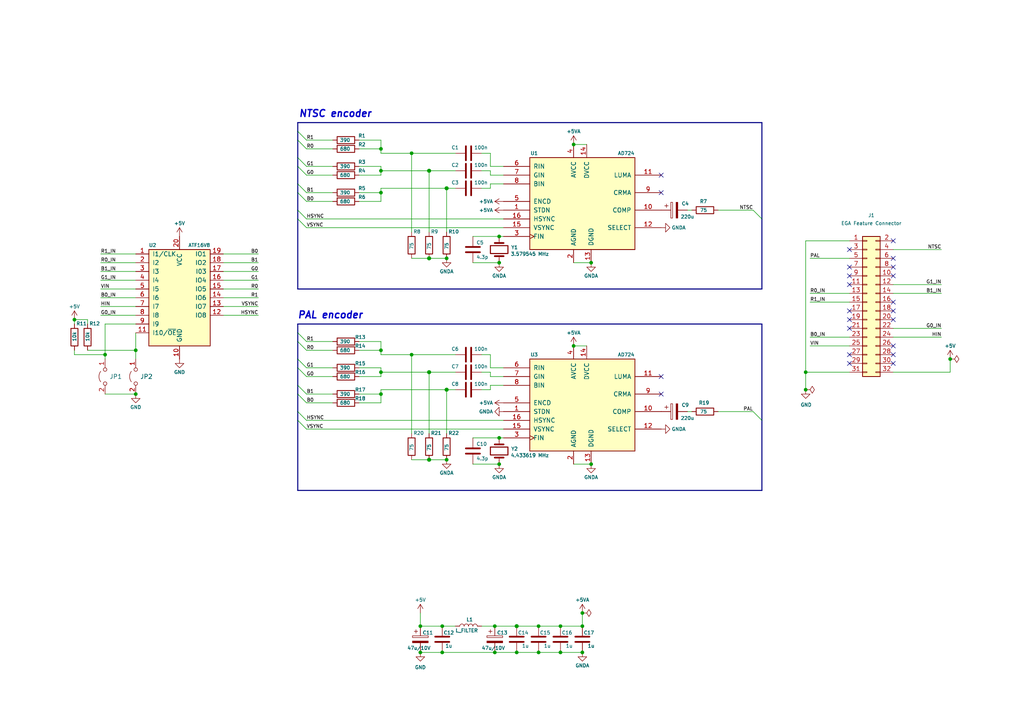
<source format=kicad_sch>
(kicad_sch (version 20230121) (generator eeschema)
  (paper "A4")
  (title_block (title "EGA-COMPOSITE-DAUGHTERBOARD") (date "2023-06-21") (rev "A") (company "Eugene Lozovoy"))
  (lib_symbols
    (symbol "Connector_Generic:Conn_02x16_Odd_Even" (pin_names (offset 1.016) hide)
      (property "Reference" "J" (at 1.27 20.32 0))
      (property "Value" "Conn_02x16_Odd_Even" (at 1.27 -22.86 0))
      (symbol "Conn_02x16_Odd_Even_1_1"
        (rectangle (start -1.27 -20.193) (end 0 -20.447) (stroke (width 0.1524)))
        (rectangle (start -1.27 -17.653) (end 0 -17.907) (stroke (width 0.1524)))
        (rectangle (start -1.27 -15.113) (end 0 -15.367) (stroke (width 0.1524)))
        (rectangle (start -1.27 -12.573) (end 0 -12.827) (stroke (width 0.1524)))
        (rectangle (start -1.27 -10.033) (end 0 -10.287) (stroke (width 0.1524)))
        (rectangle (start -1.27 -7.493) (end 0 -7.747) (stroke (width 0.1524)))
        (rectangle (start -1.27 -4.953) (end 0 -5.207) (stroke (width 0.1524)))
        (rectangle (start -1.27 -2.413) (end 0 -2.667) (stroke (width 0.1524)))
        (rectangle (start -1.27 0.127) (end 0 -0.127) (stroke (width 0.1524)))
        (rectangle (start -1.27 2.667) (end 0 2.413) (stroke (width 0.1524)))
        (rectangle (start -1.27 5.207) (end 0 4.953) (stroke (width 0.1524)))
        (rectangle (start -1.27 7.747) (end 0 7.493) (stroke (width 0.1524)))
        (rectangle (start -1.27 10.287) (end 0 10.033) (stroke (width 0.1524)))
        (rectangle (start -1.27 12.827) (end 0 12.573) (stroke (width 0.1524)))
        (rectangle (start -1.27 15.367) (end 0 15.113) (stroke (width 0.1524)))
        (rectangle (start -1.27 17.907) (end 0 17.653) (stroke (width 0.1524)))
        (rectangle (start -1.27 19.05) (end 3.81 -21.59) (stroke (width 0.254)) (fill (type background)))
        (rectangle (start 3.81 -20.193) (end 2.54 -20.447) (stroke (width 0.1524)))
        (rectangle (start 3.81 -17.653) (end 2.54 -17.907) (stroke (width 0.1524)))
        (rectangle (start 3.81 -15.113) (end 2.54 -15.367) (stroke (width 0.1524)))
        (rectangle (start 3.81 -12.573) (end 2.54 -12.827) (stroke (width 0.1524)))
        (rectangle (start 3.81 -10.033) (end 2.54 -10.287) (stroke (width 0.1524)))
        (rectangle (start 3.81 -7.493) (end 2.54 -7.747) (stroke (width 0.1524)))
        (rectangle (start 3.81 -4.953) (end 2.54 -5.207) (stroke (width 0.1524)))
        (rectangle (start 3.81 -2.413) (end 2.54 -2.667) (stroke (width 0.1524)))
        (rectangle (start 3.81 0.127) (end 2.54 -0.127) (stroke (width 0.1524)))
        (rectangle (start 3.81 2.667) (end 2.54 2.413) (stroke (width 0.1524)))
        (rectangle (start 3.81 5.207) (end 2.54 4.953) (stroke (width 0.1524)))
        (rectangle (start 3.81 7.747) (end 2.54 7.493) (stroke (width 0.1524)))
        (rectangle (start 3.81 10.287) (end 2.54 10.033) (stroke (width 0.1524)))
        (rectangle (start 3.81 12.827) (end 2.54 12.573) (stroke (width 0.1524)))
        (rectangle (start 3.81 15.367) (end 2.54 15.113) (stroke (width 0.1524)))
        (rectangle (start 3.81 17.907) (end 2.54 17.653) (stroke (width 0.1524)))
        (pin passive line (at -5.08 17.78 0) (length 3.81) (name "Pin_1") (number "1"))
        (pin passive line (at 7.62 7.62 180) (length 3.81) (name "Pin_10") (number "10"))
        (pin passive line (at -5.08 5.08 0) (length 3.81) (name "Pin_11") (number "11"))
        (pin passive line (at 7.62 5.08 180) (length 3.81) (name "Pin_12") (number "12"))
        (pin passive line (at -5.08 2.54 0) (length 3.81) (name "Pin_13") (number "13"))
        (pin passive line (at 7.62 2.54 180) (length 3.81) (name "Pin_14") (number "14"))
        (pin passive line (at -5.08 0 0) (length 3.81) (name "Pin_15") (number "15"))
        (pin passive line (at 7.62 0 180) (length 3.81) (name "Pin_16") (number "16"))
        (pin passive line (at -5.08 -2.54 0) (length 3.81) (name "Pin_17") (number "17"))
        (pin passive line (at 7.62 -2.54 180) (length 3.81) (name "Pin_18") (number "18"))
        (pin passive line (at -5.08 -5.08 0) (length 3.81) (name "Pin_19") (number "19"))
        (pin passive line (at 7.62 17.78 180) (length 3.81) (name "Pin_2") (number "2"))
        (pin passive line (at 7.62 -5.08 180) (length 3.81) (name "Pin_20") (number "20"))
        (pin passive line (at -5.08 -7.62 0) (length 3.81) (name "Pin_21") (number "21"))
        (pin passive line (at 7.62 -7.62 180) (length 3.81) (name "Pin_22") (number "22"))
        (pin passive line (at -5.08 -10.16 0) (length 3.81) (name "Pin_23") (number "23"))
        (pin passive line (at 7.62 -10.16 180) (length 3.81) (name "Pin_24") (number "24"))
        (pin passive line (at -5.08 -12.7 0) (length 3.81) (name "Pin_25") (number "25"))
        (pin passive line (at 7.62 -12.7 180) (length 3.81) (name "Pin_26") (number "26"))
        (pin passive line (at -5.08 -15.24 0) (length 3.81) (name "Pin_27") (number "27"))
        (pin passive line (at 7.62 -15.24 180) (length 3.81) (name "Pin_28") (number "28"))
        (pin passive line (at -5.08 -17.78 0) (length 3.81) (name "Pin_29") (number "29"))
        (pin passive line (at -5.08 15.24 0) (length 3.81) (name "Pin_3") (number "3"))
        (pin passive line (at 7.62 -17.78 180) (length 3.81) (name "Pin_30") (number "30"))
        (pin passive line (at -5.08 -20.32 0) (length 3.81) (name "Pin_31") (number "31"))
        (pin passive line (at 7.62 -20.32 180) (length 3.81) (name "Pin_32") (number "32"))
        (pin passive line (at 7.62 15.24 180) (length 3.81) (name "Pin_4") (number "4"))
        (pin passive line (at -5.08 12.7 0) (length 3.81) (name "Pin_5") (number "5"))
        (pin passive line (at 7.62 12.7 180) (length 3.81) (name "Pin_6") (number "6"))
        (pin passive line (at -5.08 10.16 0) (length 3.81) (name "Pin_7") (number "7"))
        (pin passive line (at 7.62 10.16 180) (length 3.81) (name "Pin_8") (number "8"))
        (pin passive line (at -5.08 7.62 0) (length 3.81) (name "Pin_9") (number "9"))
      )
    )
    (symbol "Device:C" (pin_numbers hide) (pin_names (offset 0.254))
      (property "Reference" "C" (at 0.635 2.54 0))
      (property "Value" "C" (at 0.635 -2.54 0))
      (symbol "C_0_1"
        (polyline (pts (xy -2.032 -0.762) (xy 2.032 -0.762)) (stroke (width 0.508)))
        (polyline (pts (xy -2.032 0.762) (xy 2.032 0.762)) (stroke (width 0.508)))
      )
      (symbol "C_1_1"
        (pin passive line (at 0 3.81 270) (length 2.794) (name "~") (number "1"))
        (pin passive line (at 0 -3.81 90) (length 2.794) (name "~") (number "2"))
      )
    )
    (symbol "Device:C_Polarized" (pin_numbers hide) (pin_names (offset 0.254))
      (property "Reference" "C" (at 0.635 2.54 0))
      (property "Value" "C_Polarized" (at 0.635 -2.54 0))
      (symbol "C_Polarized_0_1"
        (rectangle (start -2.286 0.508) (end 2.286 1.016))
        (polyline (pts (xy -1.778 2.286) (xy -0.762 2.286)))
        (polyline (pts (xy -1.27 2.794) (xy -1.27 1.778)))
        (rectangle (start 2.286 -0.508) (end -2.286 -1.016) (fill (type outline)))
      )
      (symbol "C_Polarized_1_1"
        (pin passive line (at 0 3.81 270) (length 2.794) (name "~") (number "1"))
        (pin passive line (at 0 -3.81 90) (length 2.794) (name "~") (number "2"))
      )
    )
    (symbol "Device:Crystal" (pin_numbers hide) (pin_names (offset 1.016) hide)
      (property "Reference" "Y" (at 0 3.81 0))
      (property "Value" "Crystal" (at 0 -3.81 0))
      (symbol "Crystal_0_1"
        (rectangle (start -1.143 2.54) (end 1.143 -2.54) (stroke (width 0.3048)))
        (polyline (pts (xy -2.54 0) (xy -1.905 0)))
        (polyline (pts (xy -1.905 -1.27) (xy -1.905 1.27)) (stroke (width 0.508)))
        (polyline (pts (xy 1.905 -1.27) (xy 1.905 1.27)) (stroke (width 0.508)))
        (polyline (pts (xy 2.54 0) (xy 1.905 0)))
      )
      (symbol "Crystal_1_1"
        (pin passive line (at -3.81 0 0) (length 1.27) (name "1") (number "1"))
        (pin passive line (at 3.81 0 180) (length 1.27) (name "2") (number "2"))
      )
    )
    (symbol "Device:L" (pin_numbers hide) (pin_names (offset 1.016) hide)
      (property "Reference" "L" (at -1.27 0 90))
      (property "Value" "L" (at 1.905 0 90))
      (symbol "L_0_1"
        (arc (start 0 -2.54) (mid 0.6323 -1.905) (end 0 -1.27))
        (arc (start 0 -1.27) (mid 0.6323 -0.635) (end 0 0))
        (arc (start 0 0) (mid 0.6323 0.635) (end 0 1.27))
        (arc (start 0 1.27) (mid 0.6323 1.905) (end 0 2.54))
      )
      (symbol "L_1_1"
        (pin passive line (at 0 3.81 270) (length 1.27) (name "1") (number "1"))
        (pin passive line (at 0 -3.81 90) (length 1.27) (name "2") (number "2"))
      )
    )
    (symbol "Device:R" (pin_numbers hide) (pin_names (offset 0))
      (property "Reference" "R" (at 2.032 0 90))
      (property "Value" "R" (at 0 0 90))
      (symbol "R_0_1"
        (rectangle (start -1.016 -2.54) (end 1.016 2.54) (stroke (width 0.254)))
      )
      (symbol "R_1_1"
        (pin passive line (at 0 3.81 270) (length 1.27) (name "~") (number "1"))
        (pin passive line (at 0 -3.81 90) (length 1.27) (name "~") (number "2"))
      )
    )
    (symbol "Jumper:Jumper_2_Open" (pin_names (offset 0) hide)
      (property "Reference" "JP" (at 0 2.794 0))
      (property "Value" "Jumper_2_Open" (at 0 -2.286 0))
      (symbol "Jumper_2_Open_0_0"
        (circle (center -2.032 0) (radius 0.508))
        (circle (center 2.032 0) (radius 0.508))
      )
      (symbol "Jumper_2_Open_0_1"
        (arc (start 1.524 1.27) (mid 0 1.778) (end -1.524 1.27))
      )
      (symbol "Jumper_2_Open_1_1"
        (pin passive line (at -5.08 0 0) (length 2.54) (name "A") (number "1"))
        (pin passive line (at 5.08 0 180) (length 2.54) (name "B") (number "2"))
      )
    )
    (symbol "Logic_Programmable:GAL16V8" (pin_names (offset 1.016))
      (property "Reference" "U" (at -8.89 16.51 0))
      (property "Value" "GAL16V8" (at 1.27 16.51 0))
      (symbol "GAL16V8_0_0"
        (pin power_in line (at 0 -17.78 90) (length 3.81) (name "GND") (number "10"))
        (pin power_in line (at 0 17.78 270) (length 3.81) (name "VCC") (number "20"))
      )
      (symbol "GAL16V8_0_1"
        (rectangle (start -8.89 13.97) (end 8.89 -13.97) (stroke (width 0.254)) (fill (type background)))
      )
      (symbol "GAL16V8_1_1"
        (pin input line (at -12.7 12.7 0) (length 3.81) (name "I1/CLK") (number "1"))
        (pin input line (at -12.7 -10.16 0) (length 3.81) (name "I10/~{OE}") (number "11"))
        (pin tri_state line (at 12.7 -5.08 180) (length 3.81) (name "IO8") (number "12"))
        (pin tri_state line (at 12.7 -2.54 180) (length 3.81) (name "IO7") (number "13"))
        (pin tri_state line (at 12.7 0 180) (length 3.81) (name "IO6") (number "14"))
        (pin tri_state line (at 12.7 2.54 180) (length 3.81) (name "IO5") (number "15"))
        (pin tri_state line (at 12.7 5.08 180) (length 3.81) (name "IO4") (number "16"))
        (pin tri_state line (at 12.7 7.62 180) (length 3.81) (name "I03") (number "17"))
        (pin tri_state line (at 12.7 10.16 180) (length 3.81) (name "IO2") (number "18"))
        (pin tri_state line (at 12.7 12.7 180) (length 3.81) (name "IO1") (number "19"))
        (pin input line (at -12.7 10.16 0) (length 3.81) (name "I2") (number "2"))
        (pin input line (at -12.7 7.62 0) (length 3.81) (name "I3") (number "3"))
        (pin input line (at -12.7 5.08 0) (length 3.81) (name "I4") (number "4"))
        (pin input line (at -12.7 2.54 0) (length 3.81) (name "I5") (number "5"))
        (pin input line (at -12.7 0 0) (length 3.81) (name "I6") (number "6"))
        (pin input line (at -12.7 -2.54 0) (length 3.81) (name "I7") (number "7"))
        (pin input line (at -12.7 -5.08 0) (length 3.81) (name "I8") (number "8"))
        (pin input line (at -12.7 -7.62 0) (length 3.81) (name "I9") (number "9"))
      )
    )
    (symbol "PCM_4ms_Power-symbol:PWR_FLAG" (power) (pin_numbers hide) (pin_names (offset 0) hide)
      (property "Value" "PWR_FLAG" (at 0 3.81 0))
      (symbol "PWR_FLAG_0_0"
        (pin power_out line (at 0 0 90) (length 0) (name "pwr") (number "1"))
      )
      (symbol "PWR_FLAG_0_1"
        (polyline (pts (xy 0 0) (xy 0 1.27) (xy -1.016 1.905) (xy 0 2.54) (xy 1.016 1.905) (xy 0 1.27)))
      )
    )
    (symbol "my:AD724" (pin_names (offset 1.016))
      (property "Reference" "U" (at -13.97 13.97 0))
      (property "Value" "AD724" (at 12.7 13.97 0))
      (symbol "AD724_0_1"
        (rectangle (start -15.24 12.7) (end 15.24 -13.97) (stroke (width 0.254)) (fill (type background)))
      )
      (symbol "AD724_1_1"
        (pin input line (at -22.86 -2.54 0) (length 7.62) (name "STDN") (number "1"))
        (pin output line (at 22.86 -2.54 180) (length 7.62) (name "COMP") (number "10"))
        (pin output line (at 22.86 7.62 180) (length 7.62) (name "LUMA") (number "11"))
        (pin input line (at 22.86 -7.62 180) (length 7.62) (name "SELECT") (number "12"))
        (pin power_in line (at 2.54 -17.78 90) (length 3.81) (name "DGND") (number "13"))
        (pin power_in line (at 1.27 16.51 270) (length 3.81) (name "DVCC") (number "14"))
        (pin input line (at -22.86 -7.62 0) (length 7.62) (name "VSYNC") (number "15"))
        (pin input line (at -22.86 -5.08 0) (length 7.62) (name "HSYNC") (number "16"))
        (pin power_in line (at -2.54 -17.78 90) (length 3.81) (name "AGND") (number "2"))
        (pin input clock (at -22.86 -10.16 0) (length 7.62) (name "FIN") (number "3"))
        (pin power_in line (at -2.54 16.51 270) (length 3.81) (name "AVCC") (number "4"))
        (pin input line (at -22.86 0 0) (length 7.62) (name "ENCD") (number "5"))
        (pin input line (at -22.86 10.16 0) (length 7.62) (name "RIN") (number "6"))
        (pin input line (at -22.86 7.62 0) (length 7.62) (name "GIN") (number "7"))
        (pin input line (at -22.86 5.08 0) (length 7.62) (name "BIN") (number "8"))
        (pin output line (at 22.86 2.54 180) (length 7.62) (name "CRMA") (number "9"))
      )
    )
    (symbol "power:+5V" (power) (pin_names (offset 0))
      (property "Value" "+5V" (at 0 3.556 0))
      (symbol "+5V_0_1"
        (polyline (pts (xy -0.762 1.27) (xy 0 2.54)))
        (polyline (pts (xy 0 0) (xy 0 2.54)))
        (polyline (pts (xy 0 2.54) (xy 0.762 1.27)))
      )
      (symbol "+5V_1_1"
        (pin power_in line (at 0 0 90) (length 0) hide (name "+5V") (number "1"))
      )
    )
    (symbol "power:+5VA" (power) (pin_names (offset 0))
      (property "Value" "+5VA" (at 0 3.556 0))
      (symbol "+5VA_0_1"
        (polyline (pts (xy -0.762 1.27) (xy 0 2.54)))
        (polyline (pts (xy 0 0) (xy 0 2.54)))
        (polyline (pts (xy 0 2.54) (xy 0.762 1.27)))
      )
      (symbol "+5VA_1_1"
        (pin power_in line (at 0 0 90) (length 0) hide (name "+5VA") (number "1"))
      )
    )
    (symbol "power:GND" (power) (pin_names (offset 0))
      (property "Value" "GND" (at 0 -3.81 0))
      (symbol "GND_0_1"
        (polyline (pts (xy 0 0) (xy 0 -1.27) (xy 1.27 -1.27) (xy 0 -2.54) (xy -1.27 -1.27) (xy 0 -1.27)))
      )
      (symbol "GND_1_1"
        (pin power_in line (at 0 0 270) (length 0) hide (name "GND") (number "1"))
      )
    )
    (symbol "power:GNDA" (power) (pin_names (offset 0))
      (property "Value" "GNDA" (at 0 -3.81 0))
      (symbol "GNDA_0_1"
        (polyline (pts (xy 0 0) (xy 0 -1.27) (xy 1.27 -1.27) (xy 0 -2.54) (xy -1.27 -1.27) (xy 0 -1.27)))
      )
      (symbol "GNDA_1_1"
        (pin power_in line (at 0 0 270) (length 0) hide (name "GNDA") (number "1"))
      )
    )
  )
  (junction (at 30.48 102.87))
  (junction (at 144.78 68.58))
  (junction (at 21.59 92.71))
  (junction (at 143.51 189.23))
  (junction (at 124.46 133.35) (diameter 1.016))
  (junction (at 233.68 107.95))
  (junction (at 162.56 181.61))
  (junction (at 39.37 101.6))
  (junction (at 171.45 76.2))
  (junction (at 129.54 113.03) (diameter 1.016))
  (junction (at 162.56 189.23))
  (junction (at 166.37 100.33))
  (junction (at 110.49 49.53))
  (junction (at 129.54 74.93))
  (junction (at 124.46 49.53) (diameter 1.016))
  (junction (at 144.78 127))
  (junction (at 110.49 43.18))
  (junction (at 110.49 114.3))
  (junction (at 121.92 181.61))
  (junction (at 129.54 133.35))
  (junction (at 144.78 76.2))
  (junction (at 168.91 189.23))
  (junction (at 124.46 74.93) (diameter 1.016))
  (junction (at 149.86 189.23))
  (junction (at 110.49 101.6))
  (junction (at 110.49 55.88))
  (junction (at 168.91 181.61))
  (junction (at 168.91 177.8))
  (junction (at 275.59 104.14))
  (junction (at 144.78 134.62))
  (junction (at 166.37 41.91))
  (junction (at 119.38 44.45))
  (junction (at 119.38 102.87))
  (junction (at 143.51 181.61))
  (junction (at 121.92 189.23))
  (junction (at 124.46 107.95) (diameter 1.016))
  (junction (at 129.54 54.61) (diameter 1.016))
  (junction (at 171.45 134.62))
  (junction (at 128.27 181.61))
  (junction (at 39.37 114.3))
  (junction (at 128.27 189.23))
  (junction (at 233.68 113.03))
  (junction (at 149.86 181.61) (diameter 1.016))
  (junction (at 156.21 181.61))
  (junction (at 110.49 107.95))
  (junction (at 156.21 189.23))
  (no_connect (at 191.77 55.88))
  (no_connect (at 259.08 100.33))
  (no_connect (at 191.77 50.8))
  (no_connect (at 246.38 92.71))
  (no_connect (at 259.08 102.87))
  (no_connect (at 259.08 74.93))
  (no_connect (at 246.38 105.41))
  (no_connect (at 259.08 105.41))
  (no_connect (at 259.08 80.01))
  (no_connect (at 246.38 82.55))
  (no_connect (at 259.08 87.63))
  (no_connect (at 246.38 72.39))
  (no_connect (at 259.08 77.47))
  (no_connect (at 246.38 90.17))
  (no_connect (at 191.77 109.22))
  (no_connect (at 259.08 69.85))
  (no_connect (at 246.38 102.87))
  (no_connect (at 191.77 114.3))
  (no_connect (at 246.38 80.01))
  (no_connect (at 259.08 90.17))
  (no_connect (at 259.08 92.71))
  (no_connect (at 246.38 77.47))
  (no_connect (at 246.38 95.25))
  (bus_entry (at 86.36 45.72) (size 2.54 2.54) (stroke (width 0.1524)))
  (bus_entry (at 86.36 119.38) (size 2.54 2.54) (stroke (width 0.1524)))
  (bus_entry (at 86.36 121.92) (size 2.54 2.54) (stroke (width 0.1524)))
  (bus_entry (at 218.44 119.38) (size 2.54 2.54) (stroke (width 0.1524)))
  (bus_entry (at 86.36 40.64) (size 2.54 2.54) (stroke (width 0.1524)))
  (bus_entry (at 86.36 106.68) (size 2.54 2.54) (stroke (width 0.1524)))
  (bus_entry (at 86.36 55.88) (size 2.54 2.54) (stroke (width 0.1524)))
  (bus_entry (at 86.36 63.5) (size 2.54 2.54) (stroke (width 0.1524)))
  (bus_entry (at 86.36 111.76) (size 2.54 2.54) (stroke (width 0.1524)))
  (bus_entry (at 86.36 114.3) (size 2.54 2.54) (stroke (width 0.1524)))
  (bus_entry (at 86.36 96.52) (size 2.54 2.54) (stroke (width 0.1524)))
  (bus_entry (at 86.36 48.26) (size 2.54 2.54) (stroke (width 0.1524)))
  (bus_entry (at 86.36 38.1) (size 2.54 2.54) (stroke (width 0.1524)))
  (bus_entry (at 86.36 99.06) (size 2.54 2.54) (stroke (width 0.1524)))
  (bus_entry (at 86.36 104.14) (size 2.54 2.54) (stroke (width 0.1524)))
  (bus_entry (at 86.36 53.34) (size 2.54 2.54) (stroke (width 0.1524)))
  (bus_entry (at 86.36 60.96) (size 2.54 2.54) (stroke (width 0.1524)))
  (bus_entry (at 218.44 60.96) (size 2.54 2.54) (stroke (width 0.1524)))
  (wire (pts (xy 21.59 92.71) (xy 25.4 92.71)))
  (wire (pts (xy 234.95 100.33) (xy 246.38 100.33)))
  (wire (pts (xy 129.54 125.73) (xy 129.54 113.03)))
  (wire (pts (xy 39.37 96.52) (xy 39.37 101.6)))
  (wire (pts (xy 142.24 53.34) (xy 146.05 53.34)))
  (wire (pts (xy 129.54 113.03) (xy 132.08 113.03)))
  (wire (pts (xy 104.14 106.68) (xy 110.49 106.68)))
  (wire (pts (xy 88.9 43.18) (xy 96.52 43.18)))
  (wire (pts (xy 88.9 55.88) (xy 96.52 55.88)))
  (bus (pts (xy 86.36 45.72) (xy 86.36 48.26)))
  (wire (pts (xy 104.14 99.06) (xy 110.49 99.06)))
  (wire (pts (xy 137.16 134.62) (xy 144.78 134.62)))
  (wire (pts (xy 128.27 181.61) (xy 132.08 181.61)))
  (wire (pts (xy 29.21 83.82) (xy 39.37 83.82)))
  (wire (pts (xy 119.38 44.45) (xy 119.38 67.31)))
  (wire (pts (xy 142.24 48.26) (xy 142.24 44.45)))
  (wire (pts (xy 119.38 74.93) (xy 124.46 74.93)))
  (bus (pts (xy 220.98 121.92) (xy 220.98 142.24)))
  (wire (pts (xy 139.7 113.03) (xy 142.24 113.03)))
  (wire (pts (xy 104.14 114.3) (xy 110.49 114.3)))
  (wire (pts (xy 139.7 54.61) (xy 142.24 54.61)))
  (wire (pts (xy 121.92 189.23) (xy 128.27 189.23)))
  (bus (pts (xy 86.36 35.56) (xy 220.98 35.56)))
  (wire (pts (xy 168.91 181.61) (xy 162.56 181.61)))
  (wire (pts (xy 110.49 54.61) (xy 129.54 54.61)))
  (wire (pts (xy 166.37 134.62) (xy 171.45 134.62)))
  (wire (pts (xy 146.05 127) (xy 144.78 127)))
  (wire (pts (xy 110.49 40.64) (xy 110.49 43.18)))
  (wire (pts (xy 142.24 107.95) (xy 139.7 107.95)))
  (wire (pts (xy 121.92 181.61) (xy 128.27 181.61)))
  (wire (pts (xy 124.46 49.53) (xy 124.46 67.31)))
  (wire (pts (xy 146.05 48.26) (xy 142.24 48.26)))
  (wire (pts (xy 132.08 49.53) (xy 124.46 49.53)))
  (wire (pts (xy 110.49 106.68) (xy 110.49 107.95)))
  (wire (pts (xy 64.77 73.66) (xy 74.93 73.66)))
  (wire (pts (xy 168.91 177.8) (xy 168.91 181.61)))
  (wire (pts (xy 21.59 101.6) (xy 21.59 102.87)))
  (wire (pts (xy 275.59 104.14) (xy 275.59 107.95)))
  (wire (pts (xy 88.9 124.46) (xy 146.05 124.46)))
  (wire (pts (xy 39.37 93.98) (xy 30.48 93.98)))
  (wire (pts (xy 104.14 58.42) (xy 110.49 58.42)))
  (wire (pts (xy 88.9 101.6) (xy 96.52 101.6)))
  (wire (pts (xy 139.7 181.61) (xy 143.51 181.61)))
  (bus (pts (xy 86.36 121.92) (xy 86.36 142.24)))
  (wire (pts (xy 146.05 106.68) (xy 142.24 106.68)))
  (wire (pts (xy 146.05 50.8) (xy 142.24 50.8)))
  (wire (pts (xy 88.9 58.42) (xy 96.52 58.42)))
  (wire (pts (xy 166.37 41.91) (xy 170.18 41.91)))
  (wire (pts (xy 110.49 54.61) (xy 110.49 55.88)))
  (bus (pts (xy 86.36 142.24) (xy 220.98 142.24)))
  (wire (pts (xy 25.4 92.71) (xy 25.4 93.98)))
  (wire (pts (xy 233.68 107.95) (xy 233.68 113.03)))
  (wire (pts (xy 64.77 83.82) (xy 74.93 83.82)))
  (wire (pts (xy 88.9 66.04) (xy 146.05 66.04)))
  (wire (pts (xy 104.14 55.88) (xy 110.49 55.88)))
  (wire (pts (xy 104.14 50.8) (xy 110.49 50.8)))
  (wire (pts (xy 246.38 87.63) (xy 234.95 87.63)))
  (bus (pts (xy 86.36 104.14) (xy 86.36 106.68)))
  (bus (pts (xy 86.36 35.56) (xy 86.36 38.1)))
  (bus (pts (xy 86.36 114.3) (xy 86.36 119.38)))
  (wire (pts (xy 200.66 60.96) (xy 199.39 60.96)))
  (bus (pts (xy 86.36 48.26) (xy 86.36 53.34)))
  (bus (pts (xy 220.98 63.5) (xy 220.98 83.82)))
  (wire (pts (xy 30.48 114.3) (xy 39.37 114.3)))
  (wire (pts (xy 137.16 68.58) (xy 144.78 68.58)))
  (wire (pts (xy 88.9 109.22) (xy 96.52 109.22)))
  (wire (pts (xy 259.08 95.25) (xy 273.05 95.25)))
  (wire (pts (xy 128.27 189.23) (xy 143.51 189.23)))
  (wire (pts (xy 233.68 69.85) (xy 233.68 107.95)))
  (wire (pts (xy 110.49 48.26) (xy 110.49 49.53)))
  (wire (pts (xy 234.95 97.79) (xy 246.38 97.79)))
  (bus (pts (xy 86.36 53.34) (xy 86.36 55.88)))
  (wire (pts (xy 137.16 76.2) (xy 144.78 76.2)))
  (wire (pts (xy 110.49 55.88) (xy 110.49 58.42)))
  (wire (pts (xy 64.77 88.9) (xy 74.93 88.9)))
  (wire (pts (xy 104.14 116.84) (xy 110.49 116.84)))
  (wire (pts (xy 246.38 107.95) (xy 233.68 107.95)))
  (wire (pts (xy 208.28 60.96) (xy 218.44 60.96)))
  (bus (pts (xy 86.36 99.06) (xy 86.36 104.14)))
  (bus (pts (xy 86.36 38.1) (xy 86.36 40.64)))
  (wire (pts (xy 29.21 91.44) (xy 39.37 91.44)))
  (wire (pts (xy 25.4 101.6) (xy 39.37 101.6)))
  (wire (pts (xy 129.54 54.61) (xy 132.08 54.61)))
  (wire (pts (xy 29.21 81.28) (xy 39.37 81.28)))
  (wire (pts (xy 146.05 68.58) (xy 144.78 68.58)))
  (wire (pts (xy 29.21 76.2) (xy 39.37 76.2)))
  (wire (pts (xy 110.49 44.45) (xy 119.38 44.45)))
  (wire (pts (xy 246.38 85.09) (xy 234.95 85.09)))
  (wire (pts (xy 273.05 82.55) (xy 259.08 82.55)))
  (wire (pts (xy 110.49 107.95) (xy 124.46 107.95)))
  (wire (pts (xy 132.08 107.95) (xy 124.46 107.95)))
  (wire (pts (xy 143.51 181.61) (xy 149.86 181.61)))
  (wire (pts (xy 142.24 49.53) (xy 139.7 49.53)))
  (wire (pts (xy 166.37 76.2) (xy 171.45 76.2)))
  (wire (pts (xy 104.14 101.6) (xy 110.49 101.6)))
  (wire (pts (xy 124.46 107.95) (xy 124.46 125.73)))
  (wire (pts (xy 149.86 181.61) (xy 156.21 181.61)))
  (wire (pts (xy 166.37 100.33) (xy 170.18 100.33)))
  (wire (pts (xy 142.24 111.76) (xy 146.05 111.76)))
  (wire (pts (xy 110.49 114.3) (xy 110.49 116.84)))
  (wire (pts (xy 30.48 93.98) (xy 30.48 102.87)))
  (wire (pts (xy 246.38 74.93) (xy 234.95 74.93)))
  (wire (pts (xy 137.16 127) (xy 144.78 127)))
  (wire (pts (xy 246.38 69.85) (xy 233.68 69.85)))
  (wire (pts (xy 162.56 181.61) (xy 156.21 181.61)))
  (wire (pts (xy 208.28 119.38) (xy 218.44 119.38)))
  (wire (pts (xy 104.14 48.26) (xy 110.49 48.26)))
  (wire (pts (xy 88.9 63.5) (xy 146.05 63.5)))
  (wire (pts (xy 200.66 119.38) (xy 199.39 119.38)))
  (wire (pts (xy 259.08 107.95) (xy 275.59 107.95)))
  (wire (pts (xy 104.14 109.22) (xy 110.49 109.22)))
  (wire (pts (xy 168.91 189.23) (xy 162.56 189.23)))
  (wire (pts (xy 119.38 102.87) (xy 119.38 125.73)))
  (wire (pts (xy 88.9 121.92) (xy 146.05 121.92)))
  (wire (pts (xy 104.14 43.18) (xy 110.49 43.18)))
  (wire (pts (xy 143.51 189.23) (xy 149.86 189.23)))
  (wire (pts (xy 119.38 44.45) (xy 132.08 44.45)))
  (bus (pts (xy 220.98 35.56) (xy 220.98 63.5)))
  (wire (pts (xy 88.9 116.84) (xy 96.52 116.84)))
  (wire (pts (xy 139.7 102.87) (xy 142.24 102.87)))
  (wire (pts (xy 110.49 49.53) (xy 110.49 50.8)))
  (wire (pts (xy 110.49 107.95) (xy 110.49 109.22)))
  (wire (pts (xy 259.08 97.79) (xy 273.05 97.79)))
  (bus (pts (xy 220.98 93.98) (xy 220.98 121.92)))
  (wire (pts (xy 156.21 189.23) (xy 149.86 189.23)))
  (wire (pts (xy 142.24 106.68) (xy 142.24 102.87)))
  (bus (pts (xy 86.36 93.98) (xy 220.98 93.98)))
  (wire (pts (xy 29.21 78.74) (xy 39.37 78.74)))
  (wire (pts (xy 64.77 86.36) (xy 74.93 86.36)))
  (wire (pts (xy 142.24 50.8) (xy 142.24 49.53)))
  (wire (pts (xy 162.56 189.23) (xy 156.21 189.23)))
  (wire (pts (xy 110.49 113.03) (xy 110.49 114.3)))
  (bus (pts (xy 86.36 83.82) (xy 220.98 83.82)))
  (wire (pts (xy 129.54 67.31) (xy 129.54 54.61)))
  (bus (pts (xy 86.36 55.88) (xy 86.36 60.96)))
  (wire (pts (xy 29.21 88.9) (xy 39.37 88.9)))
  (wire (pts (xy 121.92 177.8) (xy 121.92 181.61)))
  (wire (pts (xy 273.05 85.09) (xy 259.08 85.09)))
  (wire (pts (xy 64.77 78.74) (xy 74.93 78.74)))
  (wire (pts (xy 273.05 72.39) (xy 259.08 72.39)))
  (wire (pts (xy 124.46 133.35) (xy 129.54 133.35)))
  (bus (pts (xy 86.36 119.38) (xy 86.36 121.92)))
  (wire (pts (xy 142.24 109.22) (xy 142.24 107.95)))
  (wire (pts (xy 110.49 113.03) (xy 129.54 113.03)))
  (wire (pts (xy 88.9 114.3) (xy 96.52 114.3)))
  (bus (pts (xy 86.36 106.68) (xy 86.36 111.76)))
  (wire (pts (xy 88.9 99.06) (xy 96.52 99.06)))
  (bus (pts (xy 86.36 60.96) (xy 86.36 63.5)))
  (wire (pts (xy 119.38 133.35) (xy 124.46 133.35)))
  (wire (pts (xy 21.59 92.71) (xy 21.59 93.98)))
  (bus (pts (xy 86.36 40.64) (xy 86.36 45.72)))
  (wire (pts (xy 64.77 76.2) (xy 74.93 76.2)))
  (wire (pts (xy 124.46 74.93) (xy 129.54 74.93)))
  (wire (pts (xy 110.49 49.53) (xy 124.46 49.53)))
  (wire (pts (xy 142.24 54.61) (xy 142.24 53.34)))
  (bus (pts (xy 86.36 63.5) (xy 86.36 83.82)))
  (wire (pts (xy 110.49 101.6) (xy 110.49 102.87)))
  (bus (pts (xy 86.36 111.76) (xy 86.36 114.3)))
  (wire (pts (xy 119.38 102.87) (xy 132.08 102.87)))
  (wire (pts (xy 139.7 44.45) (xy 142.24 44.45)))
  (wire (pts (xy 142.24 113.03) (xy 142.24 111.76)))
  (bus (pts (xy 86.36 93.98) (xy 86.36 96.52)))
  (wire (pts (xy 110.49 102.87) (xy 119.38 102.87)))
  (wire (pts (xy 146.05 109.22) (xy 142.24 109.22)))
  (wire (pts (xy 64.77 81.28) (xy 74.93 81.28)))
  (wire (pts (xy 110.49 43.18) (xy 110.49 44.45)))
  (wire (pts (xy 88.9 50.8) (xy 96.52 50.8)))
  (wire (pts (xy 64.77 91.44) (xy 74.93 91.44)))
  (wire (pts (xy 39.37 101.6) (xy 39.37 104.14)))
  (wire (pts (xy 29.21 73.66) (xy 39.37 73.66)))
  (wire (pts (xy 21.59 102.87) (xy 30.48 102.87)))
  (wire (pts (xy 88.9 48.26) (xy 96.52 48.26)))
  (wire (pts (xy 104.14 40.64) (xy 110.49 40.64)))
  (wire (pts (xy 29.21 86.36) (xy 39.37 86.36)))
  (wire (pts (xy 88.9 40.64) (xy 96.52 40.64)))
  (bus (pts (xy 86.36 96.52) (xy 86.36 99.06)))
  (wire (pts (xy 30.48 102.87) (xy 30.48 104.14)))
  (wire (pts (xy 110.49 99.06) (xy 110.49 101.6)))
  (wire (pts (xy 88.9 106.68) (xy 96.52 106.68)))
  (text "PAL encoder" (at 105.41 92.71 0) (effects (font (size 2 2) (thickness 0.4) bold italic) (justify right bottom)))
  (text "NTSC encoder" (at 107.95 34.29 0) (effects (font (size 2 2) (thickness 0.4) bold italic) (justify right bottom)))
  (label "G0" (at 88.9 109.22 0) (effects (font (size 1 1))))
  (label "HSYNC" (at 88.9 121.92 0) (effects (font (size 1 1))))
  (label "B1" (at 74.93 76.2 180) (effects (font (size 1 1))))
  (label "G1" (at 88.9 106.68 0) (effects (font (size 1 1))))
  (label "VIN" (at 29.21 83.82 0) (effects (font (size 1 1))))
  (label "G0" (at 88.9 50.8 0) (effects (font (size 1 1))))
  (label "B1_IN" (at 29.21 78.74 0) (effects (font (size 1 1))))
  (label "R1" (at 74.93 86.36 180) (effects (font (size 1 1))))
  (label "HSYNC" (at 74.93 91.44 180) (effects (font (size 1 1))))
  (label "R1_IN" (at 234.95 87.63 0) (effects (font (size 1 1))))
  (label "B0" (at 74.93 73.66 180) (effects (font (size 1 1))))
  (label "B1" (at 88.9 55.88 0) (effects (font (size 1 1))))
  (label "B1" (at 88.9 114.3 0) (effects (font (size 1 1))))
  (label "B0_IN" (at 234.95 97.79 0) (effects (font (size 1 1))))
  (label "G1" (at 88.9 48.26 0) (effects (font (size 1 1))))
  (label "B0" (at 88.9 58.42 0) (effects (font (size 1 1))))
  (label "R1" (at 88.9 40.64 0) (effects (font (size 1 1))))
  (label "VSYNC" (at 88.9 66.04 0) (effects (font (size 1 1))))
  (label "R0_IN" (at 29.21 76.2 0) (effects (font (size 1 1))))
  (label "VSYNC" (at 74.93 88.9 180) (effects (font (size 1 1))))
  (label "B0" (at 88.9 116.84 0) (effects (font (size 1 1))))
  (label "NTSC" (at 273.05 72.39 180) (effects (font (size 1 1))))
  (label "NTSC" (at 218.44 60.96 180) (effects (font (size 1 1))))
  (label "R0" (at 88.9 101.6 0) (effects (font (size 1 1))))
  (label "B0_IN" (at 29.21 86.36 0) (effects (font (size 1 1))))
  (label "G0_IN" (at 273.05 95.25 180) (effects (font (size 1 1))))
  (label "G1_IN" (at 273.05 82.55 180) (effects (font (size 1 1))))
  (label "HIN" (at 273.05 97.79 180) (effects (font (size 1 1))))
  (label "VSYNC" (at 88.9 124.46 0) (effects (font (size 1 1))))
  (label "HSYNC" (at 88.9 63.5 0) (effects (font (size 1 1))))
  (label "G0_IN" (at 29.21 91.44 0) (effects (font (size 1 1))))
  (label "R0" (at 88.9 43.18 0) (effects (font (size 1 1))))
  (label "R1" (at 88.9 99.06 0) (effects (font (size 1 1))))
  (label "R1_IN" (at 29.21 73.66 0) (effects (font (size 1 1))))
  (label "R0" (at 74.93 83.82 180) (effects (font (size 1 1))))
  (label "PAL" (at 218.44 119.38 180) (effects (font (size 1 1))))
  (label "G0" (at 74.93 78.74 180) (effects (font (size 1 1))))
  (label "R0_IN" (at 234.95 85.09 0) (effects (font (size 1 1))))
  (label "VIN" (at 234.95 100.33 0) (effects (font (size 1 1))))
  (label "G1" (at 74.93 81.28 180) (effects (font (size 1 1))))
  (label "PAL" (at 234.95 74.93 0) (effects (font (size 1 1))))
  (label "G1_IN" (at 29.21 81.28 0) (effects (font (size 1 1))))
  (label "HIN" (at 29.21 88.9 0) (effects (font (size 1 1))))
  (label "B1_IN" (at 273.05 85.09 180) (effects (font (size 1 1))))
  (symbol (lib_id "Device:R") (at 100.33 99.06 90) (mirror x) (unit 1)
    (property "Reference" "R13" (at 106.045 97.79 90) (effects (font (size 1 1)) (justify left)))
    (property "Value" "390" (at 101.6 99.06 90) (effects (font (size 1 1)) (justify left)))
    (property "Footprint" "Resistor_SMD:R_0805_2012Metric_Pad1.20x1.40mm_HandSolder" (effects hide))
  )
  (symbol (lib_id "power:+5VA") (at 166.37 100.33 0) (unit 1)
    (property "Reference" "#PWR010" (effects hide))
    (property "Value" "+5VA" (at 166.37 96.52 0) (effects (font (size 1 1))))
  )
  (symbol (lib_id "Device:R") (at 124.46 129.54 0) (unit 1)
    (property "Reference" "R21" (at 124.9681 125.6041 0) (effects (font (size 1 1)) (justify left)))
    (property "Value" "75" (at 124.46 130.81 90) (effects (font (size 1 1)) (justify left)))
    (property "Footprint" "Resistor_SMD:R_0805_2012Metric_Pad1.20x1.40mm_HandSolder" (effects hide))
  )
  (symbol (lib_id "Connector_Generic:Conn_02x16_Odd_Even") (at 251.46 87.63 0) (unit 1)
    (property "Reference" "J1" (at 252.73 62.4586 0) (effects (font (size 1 1))))
    (property "Value" "EGA Feature Connector" (at 252.73 64.77 0) (effects (font (size 1 1))))
    (property "Footprint" "Connector_PinHeader_2.54mm:PinHeader_2x16_P2.54mm_Vertical" (effects hide))
  )
  (symbol (lib_id "Device:R") (at 21.59 97.79 0) (unit 1)
    (property "Reference" "R11" (at 22.0981 93.8541 0) (effects (font (size 1 1)) (justify left)))
    (property "Value" "10k" (at 21.59 99.06 90) (effects (font (size 1 1)) (justify left)))
    (property "Footprint" "Resistor_SMD:R_0805_2012Metric_Pad1.20x1.40mm_HandSolder" (effects hide))
  )
  (symbol (lib_id "power:GNDA") (at 168.91 189.23 0) (unit 1)
    (property "Reference" "#PWR024" (effects hide))
    (property "Value" "GNDA" (at 168.91 193.04 0) (effects (font (size 1 1))))
  )
  (symbol (lib_id "Device:C") (at 128.27 185.42 180) (unit 1)
    (property "Reference" "C12" (at 130.175 183.515 0) (effects (font (size 1 1))))
    (property "Value" "1u" (at 130.175 187.325 0) (effects (font (size 1 1))))
    (property "Footprint" "Capacitor_SMD:C_0805_2012Metric_Pad1.18x1.45mm_HandSolder" (effects hide))
  )
  (symbol (lib_id "Device:C") (at 162.56 185.42 180) (unit 1)
    (property "Reference" "C16" (at 164.465 183.515 0) (effects (font (size 1 1))))
    (property "Value" "1u" (at 165.1 187.325 0) (effects (font (size 1 1))))
    (property "Footprint" "Capacitor_SMD:C_0805_2012Metric_Pad1.18x1.45mm_HandSolder" (effects hide))
  )
  (symbol (lib_id "Device:C") (at 137.16 130.81 0) (unit 1)
    (property "Reference" "C10" (at 138.1761 128.7791 0) (effects (font (size 1 1)) (justify left)))
    (property "Value" "4.3p" (at 138.1761 132.9828 0) (effects (font (size 1 1)) (justify left)))
    (property "Footprint" "Capacitor_SMD:C_0805_2012Metric_Pad1.18x1.45mm_HandSolder" (effects hide))
  )
  (symbol (lib_id "power:+5VA") (at 146.05 116.84 90) (unit 1)
    (property "Reference" "#PWR015" (effects hide))
    (property "Value" "+5VA" (at 140.97 116.84 90) (effects (font (size 1 1))))
  )
  (symbol (lib_id "Device:C") (at 149.86 185.42 180) (unit 1)
    (property "Reference" "C14" (at 151.765 183.515 0) (effects (font (size 1 1))))
    (property "Value" "1u" (at 152.4 187.325 0) (effects (font (size 1 1))))
    (property "Footprint" "Capacitor_SMD:C_0805_2012Metric_Pad1.18x1.45mm_HandSolder" (effects hide))
  )
  (symbol (lib_id "Device:Crystal") (at 144.78 130.81 270) (unit 1)
    (property "Reference" "Y2" (at 149.225 130.175 90) (effects (font (size 1 1))))
    (property "Value" "4.433619 MHz" (at 153.67 132.08 90) (effects (font (size 1 1))))
    (property "Footprint" "Crystal:Crystal_HC49-4H_Vertical" (effects hide))
  )
  (symbol (lib_id "Logic_Programmable:GAL16V8") (at 52.07 86.36 0) (unit 1)
    (property "Reference" "U2" (at 43.18 71.12 0) (effects (font (size 1 1)) (justify left)))
    (property "Value" "ATF16V8" (at 54.61 71.12 0) (effects (font (size 1 1)) (justify left)))
    (property "Footprint" "Package_DIP:DIP-20_W7.62mm" (effects hide))
  )
  (symbol (lib_id "Device:R") (at 119.38 71.12 0) (unit 1)
    (property "Reference" "R8" (at 119.8881 67.1841 0) (effects (font (size 1 1)) (justify left)))
    (property "Value" "75" (at 119.38 72.39 90) (effects (font (size 1 1)) (justify left)))
    (property "Footprint" "Resistor_SMD:R_0805_2012Metric_Pad1.20x1.40mm_HandSolder" (effects hide))
  )
  (symbol (lib_id "power:GNDA") (at 129.54 133.35 0) (unit 1)
    (property "Reference" "#PWR018" (effects hide))
    (property "Value" "GNDA" (at 129.54 137.16 0) (effects (font (size 1 1))))
  )
  (symbol (lib_id "Device:R") (at 129.54 129.54 0) (unit 1)
    (property "Reference" "R22" (at 130.0481 125.6041 0) (effects (font (size 1 1)) (justify left)))
    (property "Value" "75" (at 129.54 130.81 90) (effects (font (size 1 1)) (justify left)))
    (property "Footprint" "Resistor_SMD:R_0805_2012Metric_Pad1.20x1.40mm_HandSolder" (effects hide))
  )
  (symbol (lib_id "my:AD724") (at 168.91 116.84 0) (unit 1)
    (property "Reference" "U3" (at 154.94 102.87 0) (effects (font (size 1 1))))
    (property "Value" "AD724" (at 181.61 102.87 0) (effects (font (size 1 1))))
    (property "Footprint" "Package_SO:SOIC-16W_7.5x10.3mm_P1.27mm" (effects hide))
  )
  (symbol (lib_id "power:GNDA") (at 146.05 119.38 270) (unit 1)
    (property "Reference" "#PWR016" (effects hide))
    (property "Value" "GNDA" (at 140.97 119.38 90) (effects (font (size 1 1))))
  )
  (symbol (lib_id "Device:R") (at 100.33 109.22 90) (mirror x) (unit 1)
    (property "Reference" "R16" (at 106.045 107.95 90) (effects (font (size 1 1)) (justify left)))
    (property "Value" "680" (at 101.6 109.22 90) (effects (font (size 1 1)) (justify left)))
    (property "Footprint" "Resistor_SMD:R_0805_2012Metric_Pad1.20x1.40mm_HandSolder" (effects hide))
  )
  (symbol (lib_id "Device:R") (at 100.33 101.6 90) (mirror x) (unit 1)
    (property "Reference" "R14" (at 106.045 100.33 90) (effects (font (size 1 1)) (justify left)))
    (property "Value" "680" (at 101.6 101.6 90) (effects (font (size 1 1)) (justify left)))
    (property "Footprint" "Resistor_SMD:R_0805_2012Metric_Pad1.20x1.40mm_HandSolder" (effects hide))
  )
  (symbol (lib_id "power:+5VA") (at 146.05 58.42 90) (unit 1)
    (property "Reference" "#PWR02" (effects hide))
    (property "Value" "+5VA" (at 140.97 58.42 90) (effects (font (size 1 1))))
  )
  (symbol (lib_id "Jumper:Jumper_2_Open") (at 39.37 109.22 90) (mirror x) (unit 1)
    (property "Reference" "JP2" (at 40.64 109.22 90) (effects (justify right)))
    (property "Value" "Jumper_2_Open" (effects hide))
    (property "Footprint" "Connector_PinHeader_2.54mm:PinHeader_1x02_P2.54mm_Vertical" (effects hide))
  )
  (symbol (lib_id "power:+5V") (at 121.92 177.8 0) (unit 1)
    (property "Reference" "#PWR021" (effects hide))
    (property "Value" "+5V" (at 121.92 173.99 0) (effects (font (size 1 1))))
  )
  (symbol (lib_id "Device:L") (at 135.89 181.61 90) (unit 1)
    (property "Reference" "L1" (at 135.255 179.705 90) (effects (font (size 1 1)) (justify right)))
    (property "Value" "L_FILTER" (at 132.08 182.88 90) (effects (font (size 1 1)) (justify right)))
    (property "Footprint" "Inductor_THT:L_Axial_L5.3mm_D2.2mm_P7.62mm_Horizontal_Vishay_IM-1" (effects hide))
  )
  (symbol (lib_id "power:GNDA") (at 144.78 76.2 0) (unit 1)
    (property "Reference" "#PWR07" (effects hide))
    (property "Value" "GNDA" (at 144.78 80.01 0) (effects (font (size 1 1))))
  )
  (symbol (lib_id "my:AD724") (at 168.91 58.42 0) (unit 1)
    (property "Reference" "U1" (at 154.94 44.45 0) (effects (font (size 1 1))))
    (property "Value" "AD724" (at 181.61 44.45 0) (effects (font (size 1 1))))
    (property "Footprint" "Package_SO:SOIC-16W_7.5x10.3mm_P1.27mm" (effects hide))
  )
  (symbol (lib_id "Device:C_Polarized") (at 195.58 119.38 90) (mirror x) (unit 1)
    (property "Reference" "C9" (at 198.755 117.475 90) (effects (font (size 1 1))))
    (property "Value" "220u" (at 199.39 121.285 90) (effects (font (size 1 1))))
    (property "Footprint" "Capacitor_THT:CP_Radial_D6.3mm_P2.50mm" (effects hide))
  )
  (symbol (lib_id "Device:C") (at 168.91 185.42 180) (unit 1)
    (property "Reference" "C17" (at 170.815 183.515 0) (effects (font (size 1 1))))
    (property "Value" "1u" (at 171.45 187.325 0) (effects (font (size 1 1))))
    (property "Footprint" "Capacitor_SMD:C_0805_2012Metric_Pad1.18x1.45mm_HandSolder" (effects hide))
  )
  (symbol (lib_id "PCM_4ms_Power-symbol:PWR_FLAG") (at 275.59 104.14 270) (unit 1)
    (property "Reference" "#FLG01" (effects hide))
    (property "Value" "PWR_FLAG" (effects hide))
  )
  (symbol (lib_id "power:+5V") (at 21.59 92.71 0) (unit 1)
    (property "Reference" "#PWR09" (effects hide))
    (property "Value" "+5V" (at 21.59 88.9 0) (effects (font (size 1 1))))
  )
  (symbol (lib_id "power:GNDA") (at 191.77 66.04 90) (unit 1)
    (property "Reference" "#PWR04" (effects hide))
    (property "Value" "GNDA" (at 196.85 66.04 90) (effects (font (size 1 1))))
  )
  (symbol (lib_id "Device:R") (at 100.33 43.18 90) (mirror x) (unit 1)
    (property "Reference" "R2" (at 106.045 41.91 90) (effects (font (size 1 1)) (justify left)))
    (property "Value" "680" (at 101.6 43.18 90) (effects (font (size 1 1)) (justify left)))
    (property "Footprint" "Resistor_SMD:R_0805_2012Metric_Pad1.20x1.40mm_HandSolder" (effects hide))
  )
  (symbol (lib_id "Device:C") (at 135.89 107.95 270) (mirror x) (unit 1)
    (property "Reference" "C7" (at 130.9359 106.2989 90) (effects (font (size 1 1)) (justify left)))
    (property "Value" "100n" (at 137.5272 106.2989 90) (effects (font (size 1 1)) (justify left)))
    (property "Footprint" "Capacitor_SMD:C_0805_2012Metric_Pad1.18x1.45mm_HandSolder" (effects hide))
  )
  (symbol (lib_id "Device:C_Polarized") (at 143.51 185.42 0) (unit 1)
    (property "Reference" "C13" (at 144.145 183.515 0) (effects (font (size 1 1)) (justify left)))
    (property "Value" "47u/10V" (at 139.7 187.96 0) (effects (font (size 1 1)) (justify left)))
    (property "Footprint" "Capacitor_Tantalum_SMD:CP_EIA-3528-21_Kemet-B_Pad1.50x2.35mm_HandSolder" (effects hide))
  )
  (symbol (lib_id "Device:R") (at 129.54 71.12 0) (unit 1)
    (property "Reference" "R10" (at 130.0481 67.1841 0) (effects (font (size 1 1)) (justify left)))
    (property "Value" "75" (at 129.54 72.39 90) (effects (font (size 1 1)) (justify left)))
    (property "Footprint" "Resistor_SMD:R_0805_2012Metric_Pad1.20x1.40mm_HandSolder" (effects hide))
  )
  (symbol (lib_id "Device:C") (at 135.89 44.45 270) (mirror x) (unit 1)
    (property "Reference" "C1" (at 130.9359 42.7989 90) (effects (font (size 1 1)) (justify left)))
    (property "Value" "100n" (at 137.5272 42.7989 90) (effects (font (size 1 1)) (justify left)))
    (property "Footprint" "Capacitor_SMD:C_0805_2012Metric_Pad1.18x1.45mm_HandSolder" (effects hide))
  )
  (symbol (lib_id "Device:C_Polarized") (at 195.58 60.96 90) (mirror x) (unit 1)
    (property "Reference" "C4" (at 198.755 59.055 90) (effects (font (size 1 1))))
    (property "Value" "220u" (at 199.39 62.865 90) (effects (font (size 1 1))))
    (property "Footprint" "Capacitor_THT:CP_Radial_D6.3mm_P2.50mm" (effects hide))
  )
  (symbol (lib_id "Device:C") (at 156.21 185.42 180) (unit 1)
    (property "Reference" "C15" (at 158.115 183.515 0) (effects (font (size 1 1))))
    (property "Value" "1u" (at 158.75 187.325 0) (effects (font (size 1 1))))
    (property "Footprint" "Capacitor_SMD:C_0805_2012Metric_Pad1.18x1.45mm_HandSolder" (effects hide))
  )
  (symbol (lib_id "power:GND") (at 39.37 114.3 0) (unit 1)
    (property "Reference" "#PWR014" (effects hide))
    (property "Value" "GND" (at 39.37 118.11 0) (effects (font (size 1 1))))
  )
  (symbol (lib_id "power:GNDA") (at 144.78 134.62 0) (unit 1)
    (property "Reference" "#PWR019" (effects hide))
    (property "Value" "GNDA" (at 144.78 138.43 0) (effects (font (size 1 1))))
  )
  (symbol (lib_id "power:GNDA") (at 171.45 76.2 0) (unit 1)
    (property "Reference" "#PWR08" (effects hide))
    (property "Value" "GNDA" (at 171.45 80.01 0) (effects (font (size 1 1))))
  )
  (symbol (lib_id "power:GND") (at 52.07 104.14 0) (unit 1)
    (property "Reference" "#PWR011" (effects hide))
    (property "Value" "GND" (at 52.07 107.95 0) (effects (font (size 1 1))))
  )
  (symbol (lib_id "Device:R") (at 100.33 106.68 90) (mirror x) (unit 1)
    (property "Reference" "R15" (at 106.045 105.41 90) (effects (font (size 1 1)) (justify left)))
    (property "Value" "390" (at 101.6 106.68 90) (effects (font (size 1 1)) (justify left)))
    (property "Footprint" "Resistor_SMD:R_0805_2012Metric_Pad1.20x1.40mm_HandSolder" (effects hide))
  )
  (symbol (lib_id "power:+5V") (at 275.59 104.14 0) (unit 1)
    (property "Reference" "#PWR012" (effects hide))
    (property "Value" "+5V" (at 275.59 100.33 0) (effects (font (size 1 1))))
  )
  (symbol (lib_id "power:GNDA") (at 191.77 124.46 90) (unit 1)
    (property "Reference" "#PWR017" (effects hide))
    (property "Value" "GNDA" (at 196.85 124.46 90) (effects (font (size 1 1))))
  )
  (symbol (lib_id "Device:R") (at 124.46 71.12 0) (unit 1)
    (property "Reference" "R9" (at 124.9681 67.1841 0) (effects (font (size 1 1)) (justify left)))
    (property "Value" "75" (at 124.46 72.39 90) (effects (font (size 1 1)) (justify left)))
    (property "Footprint" "Resistor_SMD:R_0805_2012Metric_Pad1.20x1.40mm_HandSolder" (effects hide))
  )
  (symbol (lib_id "power:GNDA") (at 171.45 134.62 0) (unit 1)
    (property "Reference" "#PWR020" (effects hide))
    (property "Value" "GNDA" (at 171.45 138.43 0) (effects (font (size 1 1))))
  )
  (symbol (lib_id "Device:C") (at 135.89 54.61 270) (mirror x) (unit 1)
    (property "Reference" "C3" (at 130.9359 52.9589 90) (effects (font (size 1 1)) (justify left)))
    (property "Value" "100n" (at 137.5272 52.9589 90) (effects (font (size 1 1)) (justify left)))
    (property "Footprint" "Capacitor_SMD:C_0805_2012Metric_Pad1.18x1.45mm_HandSolder" (effects hide))
  )
  (symbol (lib_id "Device:R") (at 100.33 50.8 90) (mirror x) (unit 1)
    (property "Reference" "R4" (at 106.045 49.53 90) (effects (font (size 1 1)) (justify left)))
    (property "Value" "680" (at 101.6 50.8 90) (effects (font (size 1 1)) (justify left)))
    (property "Footprint" "Resistor_SMD:R_0805_2012Metric_Pad1.20x1.40mm_HandSolder" (effects hide))
  )
  (symbol (lib_id "Device:Crystal") (at 144.78 72.39 270) (unit 1)
    (property "Reference" "Y1" (at 149.225 71.755 90) (effects (font (size 1 1))))
    (property "Value" "3.579545 MHz" (at 153.67 73.66 90) (effects (font (size 1 1))))
    (property "Footprint" "Crystal:Crystal_HC49-4H_Vertical" (effects hide))
  )
  (symbol (lib_id "Device:R") (at 204.47 119.38 270) (unit 1)
    (property "Reference" "R19" (at 205.74 116.84 90) (effects (font (size 1 1)) (justify right)))
    (property "Value" "75" (at 205.105 119.38 90) (effects (font (size 1 1)) (justify right)))
    (property "Footprint" "Resistor_SMD:R_0805_2012Metric_Pad1.20x1.40mm_HandSolder" (effects hide))
  )
  (symbol (lib_id "Device:R") (at 204.47 60.96 270) (unit 1)
    (property "Reference" "R7" (at 205.105 58.42 90) (effects (font (size 1 1)) (justify right)))
    (property "Value" "75" (at 205.105 60.96 90) (effects (font (size 1 1)) (justify right)))
    (property "Footprint" "Resistor_SMD:R_0805_2012Metric_Pad1.20x1.40mm_HandSolder" (effects hide))
  )
  (symbol (lib_id "Device:R") (at 100.33 116.84 90) (mirror x) (unit 1)
    (property "Reference" "R18" (at 106.045 115.57 90) (effects (font (size 1 1)) (justify left)))
    (property "Value" "680" (at 101.6 116.84 90) (effects (font (size 1 1)) (justify left)))
    (property "Footprint" "Resistor_SMD:R_0805_2012Metric_Pad1.20x1.40mm_HandSolder" (effects hide))
  )
  (symbol (lib_id "Device:R") (at 119.38 129.54 0) (unit 1)
    (property "Reference" "R20" (at 119.8881 125.6041 0) (effects (font (size 1 1)) (justify left)))
    (property "Value" "75" (at 119.38 130.81 90) (effects (font (size 1 1)) (justify left)))
    (property "Footprint" "Resistor_SMD:R_0805_2012Metric_Pad1.20x1.40mm_HandSolder" (effects hide))
  )
  (symbol (lib_id "power:+5VA") (at 166.37 41.91 0) (unit 1)
    (property "Reference" "#PWR01" (effects hide))
    (property "Value" "+5VA" (at 166.37 38.1 0) (effects (font (size 1 1))))
  )
  (symbol (lib_id "Jumper:Jumper_2_Open") (at 30.48 109.22 90) (mirror x) (unit 1)
    (property "Reference" "JP1" (at 31.75 109.22 90) (effects (justify right)))
    (property "Value" "Jumper_2_Open" (effects hide))
    (property "Footprint" "Connector_PinHeader_2.54mm:PinHeader_1x02_P2.54mm_Vertical" (effects hide))
  )
  (symbol (lib_id "Device:R") (at 100.33 114.3 90) (mirror x) (unit 1)
    (property "Reference" "R17" (at 106.045 113.03 90) (effects (font (size 1 1)) (justify left)))
    (property "Value" "390" (at 101.6 114.3 90) (effects (font (size 1 1)) (justify left)))
    (property "Footprint" "Resistor_SMD:R_0805_2012Metric_Pad1.20x1.40mm_HandSolder" (effects hide))
  )
  (symbol (lib_id "Device:C") (at 135.89 49.53 270) (mirror x) (unit 1)
    (property "Reference" "C2" (at 130.9359 47.8789 90) (effects (font (size 1 1)) (justify left)))
    (property "Value" "100n" (at 137.5272 47.8789 90) (effects (font (size 1 1)) (justify left)))
    (property "Footprint" "Capacitor_SMD:C_0805_2012Metric_Pad1.18x1.45mm_HandSolder" (effects hide))
  )
  (symbol (lib_id "Device:R") (at 100.33 48.26 90) (mirror x) (unit 1)
    (property "Reference" "R3" (at 106.045 46.99 90) (effects (font (size 1 1)) (justify left)))
    (property "Value" "390" (at 101.6 48.26 90) (effects (font (size 1 1)) (justify left)))
    (property "Footprint" "Resistor_SMD:R_0805_2012Metric_Pad1.20x1.40mm_HandSolder" (effects hide))
  )
  (symbol (lib_id "Device:R") (at 100.33 40.64 90) (mirror x) (unit 1)
    (property "Reference" "R1" (at 106.045 39.37 90) (effects (font (size 1 1)) (justify left)))
    (property "Value" "390" (at 101.6 40.64 90) (effects (font (size 1 1)) (justify left)))
    (property "Footprint" "Resistor_SMD:R_0805_2012Metric_Pad1.20x1.40mm_HandSolder" (effects hide))
  )
  (symbol (lib_id "Device:R") (at 100.33 55.88 90) (mirror x) (unit 1)
    (property "Reference" "R5" (at 106.045 54.61 90) (effects (font (size 1 1)) (justify left)))
    (property "Value" "390" (at 101.6 55.88 90) (effects (font (size 1 1)) (justify left)))
    (property "Footprint" "Resistor_SMD:R_0805_2012Metric_Pad1.20x1.40mm_HandSolder" (effects hide))
  )
  (symbol (lib_id "power:+5VA") (at 168.91 177.8 0) (unit 1)
    (property "Reference" "#PWR022" (effects hide))
    (property "Value" "+5VA" (at 168.91 173.99 0) (effects (font (size 1 1))))
  )
  (symbol (lib_id "power:+5VA") (at 146.05 60.96 90) (unit 1)
    (property "Reference" "#PWR03" (effects hide))
    (property "Value" "+5VA" (at 140.97 60.96 90) (effects (font (size 1 1))))
  )
  (symbol (lib_id "Device:C") (at 135.89 113.03 270) (mirror x) (unit 1)
    (property "Reference" "C8" (at 130.9359 111.3789 90) (effects (font (size 1 1)) (justify left)))
    (property "Value" "100n" (at 137.5272 111.3789 90) (effects (font (size 1 1)) (justify left)))
    (property "Footprint" "Capacitor_SMD:C_0805_2012Metric_Pad1.18x1.45mm_HandSolder" (effects hide))
  )
  (symbol (lib_id "Device:C") (at 135.89 102.87 270) (mirror x) (unit 1)
    (property "Reference" "C6" (at 130.9359 101.2189 90) (effects (font (size 1 1)) (justify left)))
    (property "Value" "100n" (at 137.5272 101.2189 90) (effects (font (size 1 1)) (justify left)))
    (property "Footprint" "Capacitor_SMD:C_0805_2012Metric_Pad1.18x1.45mm_HandSolder" (effects hide))
  )
  (symbol (lib_id "PCM_4ms_Power-symbol:PWR_FLAG") (at 233.68 113.03 270) (unit 1)
    (property "Reference" "#FLG02" (effects hide))
    (property "Value" "PWR_FLAG" (effects hide))
  )
  (symbol (lib_id "Device:C_Polarized") (at 121.92 185.42 0) (unit 1)
    (property "Reference" "C11" (at 122.555 183.515 0) (effects (font (size 1 1)) (justify left)))
    (property "Value" "47u/10V" (at 118.11 187.96 0) (effects (font (size 1 1)) (justify left)))
    (property "Footprint" "Capacitor_Tantalum_SMD:CP_EIA-3528-21_Kemet-B_Pad1.50x2.35mm_HandSolder" (effects hide))
  )
  (symbol (lib_id "power:GNDA") (at 129.54 74.93 0) (unit 1)
    (property "Reference" "#PWR06" (effects hide))
    (property "Value" "GNDA" (at 129.54 78.74 0) (effects (font (size 1 1))))
  )
  (symbol (lib_id "PCM_4ms_Power-symbol:PWR_FLAG") (at 168.91 177.8 270) (unit 1)
    (property "Reference" "#FLG03" (effects hide))
    (property "Value" "PWR_FLAG" (effects hide))
  )
  (symbol (lib_id "power:GND") (at 121.92 189.23 0) (unit 1)
    (property "Reference" "#PWR023" (effects hide))
    (property "Value" "GND" (at 121.92 193.5544 0) (effects (font (size 1 1))))
  )
  (symbol (lib_id "Device:R") (at 100.33 58.42 90) (mirror x) (unit 1)
    (property "Reference" "R6" (at 106.045 57.15 90) (effects (font (size 1 1)) (justify left)))
    (property "Value" "680" (at 101.6 58.42 90) (effects (font (size 1 1)) (justify left)))
    (property "Footprint" "Resistor_SMD:R_0805_2012Metric_Pad1.20x1.40mm_HandSolder" (effects hide))
  )
  (symbol (lib_id "Device:C") (at 137.16 72.39 0) (unit 1)
    (property "Reference" "C5" (at 138.1761 70.3591 0) (effects (font (size 1 1)) (justify left)))
    (property "Value" "4.3p" (at 138.1761 74.5628 0) (effects (font (size 1 1)) (justify left)))
    (property "Footprint" "Capacitor_SMD:C_0805_2012Metric_Pad1.18x1.45mm_HandSolder" (effects hide))
  )
  (symbol (lib_id "power:+5V") (at 52.07 68.58 0) (unit 1)
    (property "Reference" "#PWR05" (effects hide))
    (property "Value" "+5V" (at 52.07 64.77 0) (effects (font (size 1 1))))
  )
  (symbol (lib_id "Device:R") (at 25.4 97.79 0) (unit 1)
    (property "Reference" "R12" (at 25.9081 93.8541 0) (effects (font (size 1 1)) (justify left)))
    (property "Value" "10k" (at 25.4 99.06 90) (effects (font (size 1 1)) (justify left)))
    (property "Footprint" "Resistor_SMD:R_0805_2012Metric_Pad1.20x1.40mm_HandSolder" (effects hide))
  )
  (symbol (lib_id "power:GND") (at 233.68 113.03 0) (unit 1)
    (property "Reference" "#PWR013" (effects hide))
    (property "Value" "GND" (at 233.807 117.4242 0) (effects (font (size 1 1))))
  )
)
</source>
